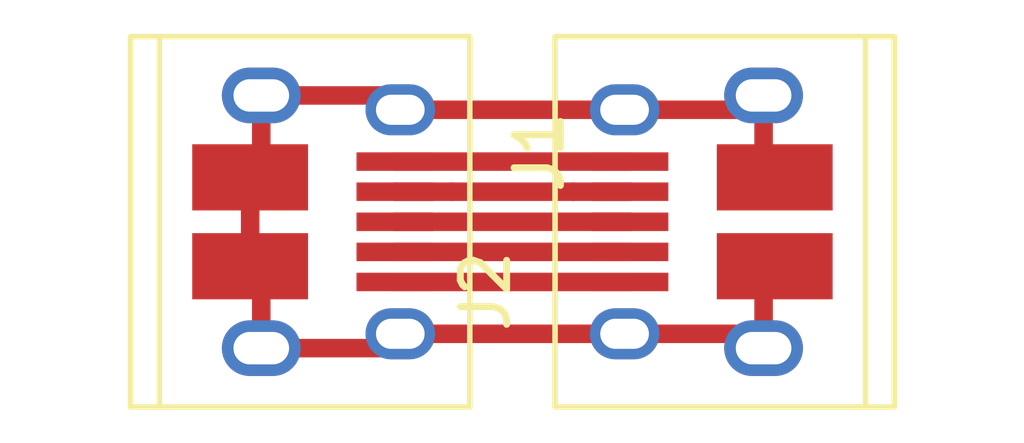
<source format=kicad_pcb>
(kicad_pcb (version 4) (host pcbnew 4.0.6)

  (general
    (links 16)
    (no_connects 0)
    (area 131.055 96.733333 153.525 106.466667)
    (thickness 1.6)
    (drawings 0)
    (tracks 26)
    (zones 0)
    (modules 2)
    (nets 7)
  )

  (page A4)
  (layers
    (0 F.Cu signal)
    (31 B.Cu signal)
    (32 B.Adhes user)
    (33 F.Adhes user)
    (34 B.Paste user hide)
    (35 F.Paste user hide)
    (36 B.SilkS user hide)
    (37 F.SilkS user)
    (38 B.Mask user)
    (39 F.Mask user hide)
    (40 Dwgs.User user)
    (41 Cmts.User user)
    (42 Eco1.User user)
    (43 Eco2.User user)
    (44 Edge.Cuts user)
    (45 Margin user)
    (46 B.CrtYd user)
    (47 F.CrtYd user)
    (48 B.Fab user)
    (49 F.Fab user)
  )

  (setup
    (last_trace_width 0.4)
    (user_trace_width 1)
    (user_trace_width 1.2)
    (user_trace_width 1.6)
    (user_trace_width 1.8)
    (trace_clearance 0.2)
    (zone_clearance 0.5)
    (zone_45_only no)
    (trace_min 0.2)
    (segment_width 0.2)
    (edge_width 0.15)
    (via_size 2)
    (via_drill 1)
    (via_min_size 0.4)
    (via_min_drill 0.3)
    (uvia_size 0.3)
    (uvia_drill 0.1)
    (uvias_allowed no)
    (uvia_min_size 0.2)
    (uvia_min_drill 0.1)
    (pcb_text_width 0.3)
    (pcb_text_size 1.5 1.5)
    (mod_edge_width 0.15)
    (mod_text_size 1 1)
    (mod_text_width 0.15)
    (pad_size 1.7 1.2)
    (pad_drill 1.2)
    (pad_to_mask_clearance 0.2)
    (aux_axis_origin 135.89 97.79)
    (visible_elements 7FFFFFFF)
    (pcbplotparams
      (layerselection 0x00000_00000001)
      (usegerberextensions false)
      (excludeedgelayer true)
      (linewidth 0.100000)
      (plotframeref false)
      (viasonmask false)
      (mode 1)
      (useauxorigin true)
      (hpglpennumber 1)
      (hpglpenspeed 20)
      (hpglpendiameter 15)
      (hpglpenoverlay 2)
      (psnegative false)
      (psa4output false)
      (plotreference true)
      (plotvalue true)
      (plotinvisibletext false)
      (padsonsilk false)
      (subtractmaskfromsilk false)
      (outputformat 1)
      (mirror false)
      (drillshape 0)
      (scaleselection 1)
      (outputdirectory gerber))
  )

  (net 0 "")
  (net 1 E)
  (net 2 D)
  (net 3 B)
  (net 4 C)
  (net 5 A)
  (net 6 F)

  (net_class Default "Dies ist die voreingestellte Netzklasse."
    (clearance 0.2)
    (trace_width 0.4)
    (via_dia 2)
    (via_drill 1)
    (uvia_dia 0.3)
    (uvia_drill 0.1)
    (add_net A)
    (add_net B)
    (add_net C)
    (add_net D)
    (add_net E)
    (add_net F)
  )

  (module Connectors:USB_Micro-B_10103594-0001LF (layer F.Cu) (tedit 560290CC) (tstamp 599B2EA9)
    (at 138.2 101.6 270)
    (descr "Micro USB Type B 10103594-0001LF")
    (tags "USB USB_B USB_micro USB_OTG")
    (path /598EE15E)
    (attr smd)
    (fp_text reference J1 (at -1.5 -4.62 270) (layer F.SilkS)
      (effects (font (size 1 1) (thickness 0.15)))
    )
    (fp_text value MY_USB_OTG (at 0 6.17 270) (layer F.Fab)
      (effects (font (size 1 1) (thickness 0.15)))
    )
    (fp_line (start -4.25 -3.4) (end 4.25 -3.4) (layer F.CrtYd) (width 0.05))
    (fp_line (start 4.25 -3.4) (end 4.25 4.45) (layer F.CrtYd) (width 0.05))
    (fp_line (start 4.25 4.45) (end -4.25 4.45) (layer F.CrtYd) (width 0.05))
    (fp_line (start -4.25 4.45) (end -4.25 -3.4) (layer F.CrtYd) (width 0.05))
    (fp_line (start -4 4.2) (end 4 4.2) (layer F.SilkS) (width 0.12))
    (fp_line (start -4 -3.12) (end 4 -3.12) (layer F.SilkS) (width 0.12))
    (fp_line (start 4 -3.12) (end 4 4.2) (layer F.SilkS) (width 0.12))
    (fp_line (start 4 3.58) (end -4 3.58) (layer F.SilkS) (width 0.12))
    (fp_line (start -4 4.2) (end -4 -3.12) (layer F.SilkS) (width 0.12))
    (pad 1 smd rect (at -1.3 -1.5) (size 1.65 0.4) (layers F.Cu F.Paste F.Mask)
      (net 5 A))
    (pad 2 smd rect (at -0.65 -1.5) (size 1.65 0.4) (layers F.Cu F.Paste F.Mask)
      (net 3 B))
    (pad 3 smd rect (at 0 -1.5) (size 1.65 0.4) (layers F.Cu F.Paste F.Mask)
      (net 4 C))
    (pad 4 smd rect (at 0.65 -1.5) (size 1.65 0.4) (layers F.Cu F.Paste F.Mask)
      (net 2 D))
    (pad 5 smd rect (at 1.3 -1.5) (size 1.65 0.4) (layers F.Cu F.Paste F.Mask)
      (net 1 E))
    (pad 6 thru_hole oval (at -2.42 -1.62) (size 1.5 1.1) (drill oval 1.05 0.65) (layers *.Cu *.Mask)
      (net 6 F))
    (pad 6 thru_hole oval (at 2.42 -1.62) (size 1.5 1.1) (drill oval 1.05 0.65) (layers *.Cu *.Mask)
      (net 6 F))
    (pad 6 thru_hole oval (at -2.73 1.38) (size 1.7 1.2) (drill oval 1.2 0.7) (layers *.Cu *.Mask)
      (net 6 F))
    (pad 6 thru_hole oval (at 2.73 1.38) (size 1.7 1.2) (drill oval 1.2 0.7) (layers *.Cu *.Mask)
      (net 6 F))
    (pad 6 smd rect (at -0.96 1.62) (size 2.5 1.43) (layers F.Cu F.Paste F.Mask)
      (net 6 F))
    (pad 6 smd rect (at 0.96 1.62) (size 2.5 1.43) (layers F.Cu F.Paste F.Mask)
      (net 6 F))
  )

  (module Connectors:USB_Micro-B_10103594-0001LF (layer F.Cu) (tedit 560290CC) (tstamp 599B2EB7)
    (at 146.28 101.6 90)
    (descr "Micro USB Type B 10103594-0001LF")
    (tags "USB USB_B USB_micro USB_OTG")
    (path /599B3122)
    (attr smd)
    (fp_text reference J2 (at -1.5 -4.62 90) (layer F.SilkS)
      (effects (font (size 1 1) (thickness 0.15)))
    )
    (fp_text value MY_USB_OTG (at 0 6.17 90) (layer F.Fab)
      (effects (font (size 1 1) (thickness 0.15)))
    )
    (fp_line (start -4.25 -3.4) (end 4.25 -3.4) (layer F.CrtYd) (width 0.05))
    (fp_line (start 4.25 -3.4) (end 4.25 4.45) (layer F.CrtYd) (width 0.05))
    (fp_line (start 4.25 4.45) (end -4.25 4.45) (layer F.CrtYd) (width 0.05))
    (fp_line (start -4.25 4.45) (end -4.25 -3.4) (layer F.CrtYd) (width 0.05))
    (fp_line (start -4 4.2) (end 4 4.2) (layer F.SilkS) (width 0.12))
    (fp_line (start -4 -3.12) (end 4 -3.12) (layer F.SilkS) (width 0.12))
    (fp_line (start 4 -3.12) (end 4 4.2) (layer F.SilkS) (width 0.12))
    (fp_line (start 4 3.58) (end -4 3.58) (layer F.SilkS) (width 0.12))
    (fp_line (start -4 4.2) (end -4 -3.12) (layer F.SilkS) (width 0.12))
    (pad 1 smd rect (at -1.3 -1.5 180) (size 1.65 0.4) (layers F.Cu F.Paste F.Mask)
      (net 1 E))
    (pad 2 smd rect (at -0.65 -1.5 180) (size 1.65 0.4) (layers F.Cu F.Paste F.Mask)
      (net 2 D))
    (pad 3 smd rect (at 0 -1.5 180) (size 1.65 0.4) (layers F.Cu F.Paste F.Mask)
      (net 4 C))
    (pad 4 smd rect (at 0.65 -1.5 180) (size 1.65 0.4) (layers F.Cu F.Paste F.Mask)
      (net 3 B))
    (pad 5 smd rect (at 1.3 -1.5 180) (size 1.65 0.4) (layers F.Cu F.Paste F.Mask)
      (net 5 A))
    (pad 6 thru_hole oval (at -2.42 -1.62 180) (size 1.5 1.1) (drill oval 1.05 0.65) (layers *.Cu *.Mask)
      (net 6 F))
    (pad 6 thru_hole oval (at 2.42 -1.62 180) (size 1.5 1.1) (drill oval 1.05 0.65) (layers *.Cu *.Mask)
      (net 6 F))
    (pad 6 thru_hole oval (at -2.73 1.38 180) (size 1.7 1.2) (drill oval 1.2 0.7) (layers *.Cu *.Mask)
      (net 6 F))
    (pad 6 thru_hole oval (at 2.73 1.38 180) (size 1.7 1.2) (drill oval 1.2 0.7) (layers *.Cu *.Mask)
      (net 6 F))
    (pad 6 smd rect (at -0.96 1.62 180) (size 2.5 1.43) (layers F.Cu F.Paste F.Mask)
      (net 6 F))
    (pad 6 smd rect (at 0.96 1.62 180) (size 2.5 1.43) (layers F.Cu F.Paste F.Mask)
      (net 6 F))
  )

  (segment (start 139.7 102.9) (end 144.78 102.9) (width 0.4) (layer F.Cu) (net 1))
  (segment (start 144.78 102.25) (end 139.7 102.25) (width 0.4) (layer F.Cu) (net 2))
  (segment (start 139.7 100.95) (end 140.925001 100.949999) (width 0.4) (layer F.Cu) (net 3))
  (segment (start 140.925001 100.949999) (end 143.555 100.95) (width 0.4) (layer F.Cu) (net 3))
  (segment (start 143.555 100.95) (end 144.78 100.95) (width 0.4) (layer F.Cu) (net 3))
  (segment (start 139.7 101.6) (end 144.78 101.6) (width 0.4) (layer F.Cu) (net 4))
  (segment (start 139.7 100.3) (end 144.78 100.3) (width 0.4) (layer F.Cu) (net 5))
  (segment (start 147.66 98.87) (end 147.66 100.4) (width 0.4) (layer F.Cu) (net 6))
  (segment (start 147.66 100.4) (end 147.9 100.64) (width 0.4) (layer F.Cu) (net 6))
  (segment (start 147.66 104.33) (end 147.66 102.8) (width 0.4) (layer F.Cu) (net 6))
  (segment (start 147.66 102.8) (end 147.9 102.56) (width 0.4) (layer F.Cu) (net 6))
  (segment (start 136.82 104.33) (end 136.82 102.8) (width 0.4) (layer F.Cu) (net 6))
  (segment (start 136.82 102.8) (end 136.58 102.56) (width 0.4) (layer F.Cu) (net 6))
  (segment (start 136.58 100.64) (end 136.58 102.56) (width 0.4) (layer F.Cu) (net 6))
  (segment (start 136.82 98.87) (end 136.82 100.4) (width 0.4) (layer F.Cu) (net 6))
  (segment (start 136.82 100.4) (end 136.58 100.64) (width 0.4) (layer F.Cu) (net 6))
  (segment (start 144.66 99.18) (end 147.35 99.18) (width 0.4) (layer F.Cu) (net 6))
  (segment (start 147.35 99.18) (end 147.66 98.87) (width 0.4) (layer F.Cu) (net 6))
  (segment (start 139.82 99.18) (end 144.66 99.18) (width 0.4) (layer F.Cu) (net 6))
  (segment (start 136.82 98.87) (end 139.51 98.87) (width 0.4) (layer F.Cu) (net 6))
  (segment (start 139.51 98.87) (end 139.82 99.18) (width 0.4) (layer F.Cu) (net 6))
  (segment (start 144.66 104.02) (end 147.35 104.02) (width 0.4) (layer F.Cu) (net 6))
  (segment (start 147.35 104.02) (end 147.66 104.33) (width 0.4) (layer F.Cu) (net 6))
  (segment (start 139.82 104.02) (end 144.66 104.02) (width 0.4) (layer F.Cu) (net 6))
  (segment (start 136.82 104.33) (end 139.51 104.33) (width 0.4) (layer F.Cu) (net 6))
  (segment (start 139.51 104.33) (end 139.82 104.02) (width 0.4) (layer F.Cu) (net 6))

)

</source>
